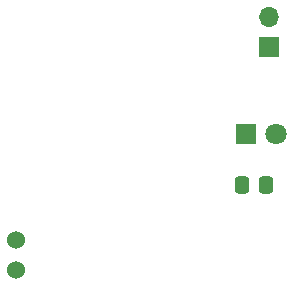
<source format=gbr>
%TF.GenerationSoftware,KiCad,Pcbnew,7.0.9*%
%TF.CreationDate,2024-04-20T19:42:18-07:00*%
%TF.ProjectId,mini_lipo_v1,6d696e69-5f6c-4697-906f-5f76312e6b69,rev?*%
%TF.SameCoordinates,Original*%
%TF.FileFunction,Soldermask,Top*%
%TF.FilePolarity,Negative*%
%FSLAX46Y46*%
G04 Gerber Fmt 4.6, Leading zero omitted, Abs format (unit mm)*
G04 Created by KiCad (PCBNEW 7.0.9) date 2024-04-20 19:42:18*
%MOMM*%
%LPD*%
G01*
G04 APERTURE LIST*
G04 Aperture macros list*
%AMRoundRect*
0 Rectangle with rounded corners*
0 $1 Rounding radius*
0 $2 $3 $4 $5 $6 $7 $8 $9 X,Y pos of 4 corners*
0 Add a 4 corners polygon primitive as box body*
4,1,4,$2,$3,$4,$5,$6,$7,$8,$9,$2,$3,0*
0 Add four circle primitives for the rounded corners*
1,1,$1+$1,$2,$3*
1,1,$1+$1,$4,$5*
1,1,$1+$1,$6,$7*
1,1,$1+$1,$8,$9*
0 Add four rect primitives between the rounded corners*
20,1,$1+$1,$2,$3,$4,$5,0*
20,1,$1+$1,$4,$5,$6,$7,0*
20,1,$1+$1,$6,$7,$8,$9,0*
20,1,$1+$1,$8,$9,$2,$3,0*%
G04 Aperture macros list end*
%ADD10RoundRect,0.250000X-0.337500X-0.475000X0.337500X-0.475000X0.337500X0.475000X-0.337500X0.475000X0*%
%ADD11R,1.800000X1.800000*%
%ADD12C,1.800000*%
%ADD13R,1.700000X1.700000*%
%ADD14O,1.700000X1.700000*%
%ADD15C,1.524000*%
G04 APERTURE END LIST*
D10*
%TO.C,Rled1*%
X113495000Y-59563000D03*
X115570000Y-59563000D03*
%TD*%
D11*
%TO.C,D1*%
X113802500Y-55283000D03*
D12*
X116342500Y-55283000D03*
%TD*%
D13*
%TO.C,J1*%
X115824000Y-47884000D03*
D14*
X115824000Y-45344000D03*
%TD*%
D15*
%TO.C,C2*%
X94361000Y-66802000D03*
X94361000Y-64262000D03*
%TD*%
M02*

</source>
